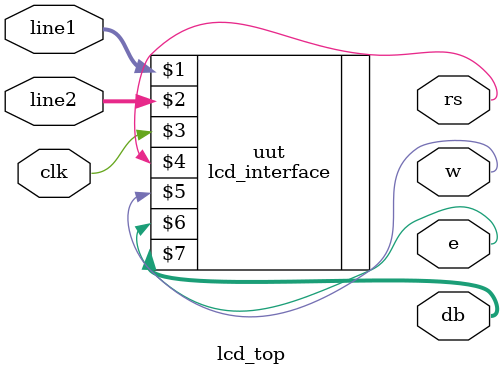
<source format=v>
module lcd_top(line1, line2, clk, rs, w, e, db);
input clk;
input [127:0]line1;
input [127:0]line2;

output rs, w, e;
wire rs, w, e;
output [3:0] db;
wire [3:0] db;

lcd_interface uut(line1, line2, clk, rs, w, e, db);

endmodule
</source>
